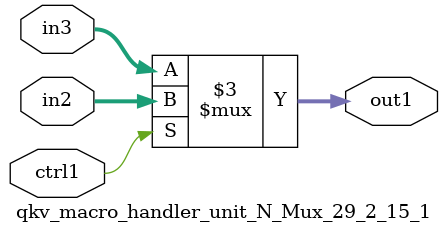
<source format=v>

`timescale 1ps / 1ps


module qkv_macro_handler_unit_N_Mux_29_2_15_1( in3, in2, ctrl1, out1 );

    input [28:0] in3;
    input [28:0] in2;
    input ctrl1;
    output [28:0] out1;
    reg [28:0] out1;

    
    // rtl_process:qkv_macro_handler_unit_N_Mux_29_2_15_1/qkv_macro_handler_unit_N_Mux_29_2_15_1_thread_1
    always @*
      begin : qkv_macro_handler_unit_N_Mux_29_2_15_1_thread_1
        case (ctrl1) 
          1'b1: 
            begin
              out1 = in2;
            end
          default: 
            begin
              out1 = in3;
            end
        endcase
      end

endmodule



</source>
